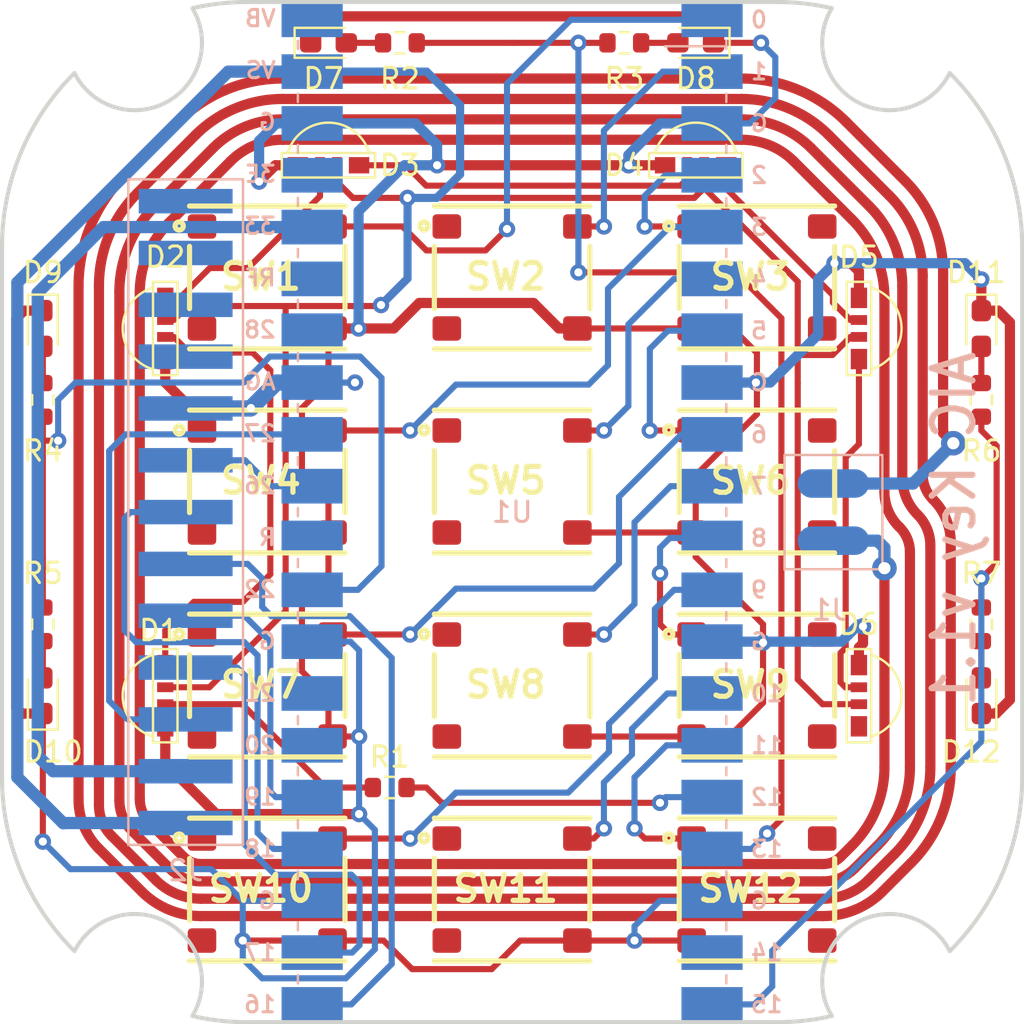
<source format=kicad_pcb>
(kicad_pcb (version 20221018) (generator pcbnew)
  (title_block (title "Teeny Controller for IIDX"))
  (layers (0 "F.Cu" signal) (31 "B.Cu" signal) (34 "B.Paste" user) (35 "F.Paste" user) (36 "B.SilkS" user "B.Silkscreen") (37 "F.SilkS" user "F.Silkscreen") (38 "B.Mask" user) (39 "F.Mask" user) (44 "Edge.Cuts" user))
  (net 0 "")
  (net 1 "+5V")
  (net 2 "GND")
  (net 3 "+3V3")
  (net 4 "Net-(D7-A)")
  (net 5 "Net-(D1-In)")
  (net 6 "Net-(D1-Out)")
  (net 7 "Net-(D8-A)")
  (net 8 "Net-(D9-A)")
  (net 9 "Net-(D2-Out)")
  (net 10 "Net-(D10-A)")
  (net 11 "Net-(D11-A)")
  (net 12 "Net-(D3-Out)")
  (net 13 "Net-(D12-A)")
  (net 14 "Net-(D4-Out)")
  (net 15 "Net-(U1-GPIO12)")
  (net 16 "Net-(D5-Out)")
  (net 17 "Net-(U1-GPIO22)")
  (net 19 "Net-(U1-GPIO15)")
  (net 23 "Net-(U1-GPIO13)")
  (net 24 "Net-(U1-GPIO0)")
  (net 29 "Net-(U1-GPIO1)")
  (net 30 "Net-(U1-GPIO2)")
  (net 41 "Net-(U1-GPIO3)")
  (net 42 "Net-(U1-GPIO4)")
  (net 44 "Net-(U1-GPIO5)")
  (net 47 "Net-(U1-GPIO6)")
  (net 48 "Net-(U1-GPIO7)")
  (net 49 "Net-(U1-GPIO8)")
  (net 52 "Net-(U1-GPIO9)")
  (net 53 "Net-(U1-GPIO10)")
  (net 54 "Net-(U1-GPIO11)")
  (net 65 "/ANT")
  (net 66 "Net-(J2-RST)")
  (net 67 "Net-(J2-NSS)")
  (net 68 "Net-(J2-MOSI)")
  (net 69 "Net-(J2-MISO)")
  (net 70 "Net-(J2-SCK)")
  (net 71 "Net-(J2-BUSY)")
  (footprint "aic_pico:SKRR" (layer "F.Cu") (at 147.32 131.9)
    (fp_text reference "SW12")
    (fp_text value "SKRR_4pin" hide)
  )
  (footprint "aic_pico:WS2812B-1204" (layer "F.Cu") (at 144.32 96.4 180)
    (fp_text reference "D4")
    (fp_text value "WS2812B_Unified" hide)
  )
  (footprint "aic_pico:SKRR" (layer "F.Cu") (at 123.32 101.9)
    (fp_text reference "SW1")
    (fp_text value "SKRR_4pin" hide)
  )
  (footprint "aic_pico:SKRR" (layer "F.Cu") (at 135.32 101.9)
    (fp_text reference "SW2")
    (fp_text value "SKRR_4pin" hide)
  )
  (footprint "LED_SMD:LED_0603_1608Metric_Pad1.05x0.95mm_HandSolder" (layer "F.Cu") (at 126.32 90.4)
    (fp_text reference "D7")
    (fp_text value "LED" hide)
  )
  (footprint "aic_pico:WS2812B-1204" (layer "F.Cu") (at 152.32 104.4 90)
    (fp_text reference "D5")
    (fp_text value "WS2812B_Unified" hide)
  )
  (footprint "aic_pico:SKRR" (layer "F.Cu") (at 135.32 121.9)
    (fp_text reference "SW8")
    (fp_text value "SKRR_4pin" hide)
  )
  (footprint "aic_pico:WS2812B-1204" (layer "F.Cu") (at 126.32 96.4 180)
    (fp_text reference "D3")
    (fp_text value "WS2812B_Unified" hide)
  )
  (footprint "Resistor_SMD:R_0603_1608Metric" (layer "F.Cu") (at 140.82 90.4 180)
    (fp_text reference "R3")
    (fp_text value "1k" hide)
  )
  (footprint "aic_pico:SKRR" (layer "F.Cu") (at 147.32 121.9)
    (fp_text reference "SW9")
    (fp_text value "SKRR_4pin" hide)
  )
  (footprint "aic_pico:SKRR" (layer "F.Cu") (at 135.32 131.9)
    (fp_text reference "SW11")
    (fp_text value "SKRR_4pin" hide)
  )
  (footprint "Resistor_SMD:R_0603_1608Metric" (layer "F.Cu") (at 158.32 107.9 -90)
    (fp_text reference "R6")
    (fp_text value "1k" hide)
  )
  (footprint "aic_pico:SKRR" (layer "F.Cu") (at 123.32 121.9)
    (fp_text reference "SW7")
    (fp_text value "SKRR_4pin" hide)
  )
  (footprint "aic_pico:WS2812B-1204" (layer "F.Cu") (at 118.32 122.4 -90)
    (fp_text reference "D1")
    (fp_text value "WS2812B_Unified" hide)
  )
  (footprint "Resistor_SMD:R_0603_1608Metric" (layer "F.Cu") (at 112.32 107.9 -90)
    (fp_text reference "R4")
    (fp_text value "1k" hide)
  )
  (footprint "Resistor_SMD:R_0603_1608Metric" (layer "F.Cu") (at 158.32 118.9 90)
    (fp_text reference "R7")
    (fp_text value "1k" hide)
  )
  (footprint "LED_SMD:LED_0603_1608Metric_Pad1.05x0.95mm_HandSolder" (layer "F.Cu") (at 158.32 122.4 90)
    (fp_text reference "D12")
    (fp_text value "LED" hide)
  )
  (footprint "LED_SMD:LED_0603_1608Metric_Pad1.05x0.95mm_HandSolder" (layer "F.Cu") (at 158.32 104.4 -90)
    (fp_text reference "D11")
    (fp_text value "LED" hide)
  )
  (footprint "aic_pico:SKRR" (layer "F.Cu") (at 123.32 131.9)
    (fp_text reference "SW10")
    (fp_text value "SKRR_4pin" hide)
  )
  (footprint "LED_SMD:LED_0603_1608Metric_Pad1.05x0.95mm_HandSolder" (layer "F.Cu") (at 144.32 90.4 180)
    (fp_text reference "D8")
    (fp_text value "LED" hide)
  )
  (footprint "Resistor_SMD:R_0603_1608Metric" (layer "F.Cu") (at 129.32 126.9)
    (fp_text reference "R1")
    (fp_text value "10" hide)
  )
  (footprint "aic_pico:SKRR" (layer "F.Cu") (at 147.32 101.9)
    (fp_text reference "SW3")
    (fp_text value "SKRR_4pin" hide)
  )
  (footprint "Resistor_SMD:R_0603_1608Metric" (layer "F.Cu") (at 112.32 118.9 90)
    (fp_text reference "R5")
    (fp_text value "1k" hide)
  )
  (footprint "aic_pico:SKRR" (layer "F.Cu") (at 135.32 111.9)
    (fp_text reference "SW5")
    (fp_text value "SKRR_4pin" hide)
  )
  (footprint "Resistor_SMD:R_0603_1608Metric" (layer "F.Cu") (at 129.82 90.4)
    (fp_text reference "R2")
    (fp_text value "1k" hide)
  )
  (footprint "aic_pico:SKRR" (layer "F.Cu") (at 147.32 111.9)
    (fp_text reference "SW6")
    (fp_text value "SKRR_4pin" hide)
  )
  (footprint "LED_SMD:LED_0603_1608Metric_Pad1.05x0.95mm_HandSolder" (layer "F.Cu") (at 112.32 122.4 90)
    (fp_text reference "D10")
    (fp_text value "LED" hide)
  )
  (footprint "aic_pico:WS2812B-1204" (layer "F.Cu") (at 152.32 122.4 90)
    (fp_text reference "D6")
    (fp_text value "WS2812B_Unified" hide)
  )
  (footprint "aic_pico:SKRR" (layer "F.Cu") (at 123.32 111.9)
    (fp_text reference "SW4")
    (fp_text value "SKRR_4pin" hide)
  )
  (footprint "LED_SMD:LED_0603_1608Metric_Pad1.05x0.95mm_HandSolder" (layer "F.Cu") (at 112.32 104.4 -90)
    (fp_text reference "D9")
    (fp_text value "LED" hide)
  )
  (footprint "aic_pico:WS2812B-1204" (layer "F.Cu") (at 118.32 104.4 -90)
    (fp_text reference "D2")
    (fp_text value "WS2812B_Unified" hide)
  )
  (footprint "aic_pico:ANT_2P" (layer "B.Cu") (at 151.07 113.4)
    (fp_text reference "J1")
    (fp_text value "Conn_01x02_Female" hide)
  )
  (footprint "aic_pico:RPi_Pico_SMD_No_USB" (layer "B.Cu") (at 135.32 113.4 180)
    (fp_text reference "U1")
    (fp_text value "Pico_Trim")
  )
  (footprint "aic_pico:pn5180_conn" (layer "B.Cu") (at 119.32 113.4)
    (fp_text reference "J2")
    (fp_text value "PN5180" hide)
  )
  (gr_line (start 148.32 138.399999) (end 122.32 138.399999) (stroke (width 0.2)) (layer "Edge.Cuts"))
  (gr_line (start 160.32 126.399999) (end 160.32 100.399999) (stroke (width 0.2)) (layer "Edge.Cuts"))
  (gr_arc (start 119.649044 88.701025) (mid 118.410332 93.29151) (end 113.870189 91.879395) (stroke (width 0.2)) (layer "Edge.Cuts"))
  (gr_arc (start 150.990956 138.098973) (mid 152.229668 133.508486) (end 156.769811 134.920603) (stroke (width 0.2)) (layer "Edge.Cuts"))
  (gr_arc (start 110.32 100.399999) (mid 111.243048 95.784684) (end 113.870189 91.879395) (stroke (width 0.2)) (layer "Edge.Cuts"))
  (gr_arc (start 113.870189 134.920603) (mid 111.243048 131.015314) (end 110.32 126.399999) (stroke (width 0.2)) (layer "Edge.Cuts"))
  (gr_arc (start 122.32 138.399999) (mid 120.976067 138.324505) (end 119.649044 138.098973) (stroke (width 0.2)) (layer "Edge.Cuts"))
  (gr_arc (start 156.769811 91.879395) (mid 159.396952 95.784684) (end 160.32 100.399999) (stroke (width 0.2)) (layer "Edge.Cuts"))
  (gr_arc (start 160.32 126.399999) (mid 159.396952 131.015314) (end 156.769811 134.920603) (stroke (width 0.2)) (layer "Edge.Cuts"))
  (gr_arc (start 156.769811 91.879395) (mid 152.229668 93.291511) (end 150.990956 88.701025) (stroke (width 0.2)) (layer "Edge.Cuts"))
  (gr_arc (start 150.990956 138.098973) (mid 149.663933 138.324505) (end 148.32 138.399999) (stroke (width 0.2)) (layer "Edge.Cuts"))
  (gr_arc (start 113.870189 134.920603) (mid 118.410332 133.508487) (end 119.649044 138.098973) (stroke (width 0.2)) (layer "Edge.Cuts"))
  (gr_line (start 148.32 88.399999) (end 122.32 88.399999) (stroke (width 0.2)) (layer "Edge.Cuts"))
  (gr_line (start 110.32 126.399999) (end 110.32 100.399999) (stroke (width 0.2)) (layer "Edge.Cuts"))
  (gr_arc (start 148.32 88.399999) (mid 149.663933 88.475493) (end 150.990956 88.701025) (stroke (width 0.2)) (layer "Edge.Cuts"))
  (gr_arc (start 119.649044 88.701025) (mid 120.976067 88.475493) (end 122.32 88.399999) (stroke (width 0.2)) (layer "Edge.Cuts"))
  (gr_text "AIC Key v1.1" (at 158.145 105.375 90) (layer "B.SilkS") (effects (font (size 2 1.8) (thickness 0.3)) (justify left bottom mirror)))
  (segment (start 144.25 98) (end 144.735 97.515) (width 0.3) (layer "F.Cu") (net 1))
  (segment (start 128.845 103.3) (end 119.42 103.3) (width 0.3) (layer "F.Cu") (net 1))
  (segment (start 149.32 121.6) (end 149.32 107.1) (width 0.3) (layer "F.Cu") (net 1))
  (segment (start 149.32 102.1) (end 149.32 105.7) (width 0.3) (layer "F.Cu") (net 1))
  (segment (start 144.735 97.515) (end 149.32 102.1) (width 0.3) (layer "F.Cu") (net 1))
  (segment (start 144.735 96.4) (end 144.735 97.515) (width 0.3) (layer "F.Cu") (net 1))
  (segment (start 118.735 103.985) (end 118.32 103.985) (width 0.3) (layer "F.Cu") (net 1))
  (segment (start 150.535 122.815) (end 149.32 121.6) (width 0.3) (layer "F.Cu") (net 1))
  (segment (start 149.32 105.7) (end 151.02 105.7) (width 0.3) (layer "F.Cu") (net 1))
  (segment (start 151.02 105.7) (end 151.905 104.815) (width 0.3) (layer "F.Cu") (net 1))
  (segment (start 120.485 121.985) (end 124.22 118.25) (width 0.3) (layer "F.Cu") (net 1))
  (segment (start 128.895 103.25) (end 128.845 103.3) (width 0.3) (layer "F.Cu") (net 1))
  (segment (start 124.22 118.25) (end 124.22 103.3) (width 0.3) (layer "F.Cu") (net 1))
  (segment (start 152.32 122.815) (end 150.535 122.815) (width 0.3) (layer "F.Cu") (net 1))
  (segment (start 149.32 105.7) (end 149.32 107.1) (width 0.3) (layer "F.Cu") (net 1))
  (segment (start 118.32 121.985) (end 120.485 121.985) (width 0.3) (layer "F.Cu") (net 1))
  (segment (start 127.52 98) (end 144.25 98) (width 0.3) (layer "F.Cu") (net 1))
  (segment (start 151.905 104.815) (end 152.32 104.815) (width 0.3) (layer "F.Cu") (net 1))
  (segment (start 126.735 96.4) (end 126.735 97.215) (width 0.3) (layer "F.Cu") (net 1))
  (segment (start 119.42 103.3) (end 118.735 103.985) (width 0.3) (layer "F.Cu") (net 1))
  (segment (start 126.735 97.215) (end 127.52 98) (width 0.3) (layer "F.Cu") (net 1))
  (via (at 128.895 103.25) (size 0.8) (drill 0.4) (layers "F.Cu" "B.Cu") (net 1))
  (via (at 130.195 98) (size 0.8) (drill 0.4) (layers "F.Cu" "B.Cu") (net 1))
  (segment (start 130.195 101.95) (end 130.195 98) (width 0.4) (layer "B.Cu") (net 1))
  (segment (start 121.41 91.81) (end 111.07 102.15) (width 0.6) (layer "B.Cu") (net 1))
  (segment (start 113.32 128.65) (end 113.33 128.64) (width 0.6) (layer "B.Cu") (net 1))
  (segment (start 132.77 93.45) (end 131.13 91.81) (width 0.4) (layer "B.Cu") (net 1))
  (segment (start 128.895 103.25) (end 130.195 101.95) (width 0.4) (layer "B.Cu") (net 1))
  (segment (start 111.07 126.4) (end 113.32 128.65) (width 0.6) (layer "B.Cu") (net 1))
  (segment (start 111.07 102.15) (end 111.07 126.4) (width 0.6) (layer "B.Cu") (net 1))
  (segment (start 113.33 128.64) (end 120.08 128.64) (width 0.6) (layer "B.Cu") (net 1))
  (segment (start 131.13 91.81) (end 125.52 91.81) (width 0.4) (layer "B.Cu") (net 1))
  (segment (start 131.62 98) (end 132.77 96.85) (width 0.4) (layer "B.Cu") (net 1))
  (segment (start 130.195 98) (end 131.62 98) (width 0.4) (layer "B.Cu") (net 1))
  (segment (start 132.77 96.85) (end 132.77 93.45) (width 0.4) (layer "B.Cu") (net 1))
  (segment (start 125.52 91.81) (end 121.41 91.81) (width 0.6) (layer "B.Cu") (net 1))
  (segment (start 125.02 111.4) (end 126.32 112.7) (width 0.3) (layer "F.Cu") (net 2))
  (segment (start 126.32 104.4) (end 126.32 106.4) (width 0.3) (layer "F.Cu") (net 2))
  (segment (start 127.72 128.2) (end 120.82 128.2) (width 0.5) (layer "F.Cu") (net 2))
  (segment (start 125.02 117.7) (end 125.02 121.2) (width 0.3) (layer "F.Cu") (net 2))
  (segment (start 122.92 97.2) (end 123.72 96.4) (width 0.5) (layer "F.Cu") (net 2))
  (segment (start 125.445 90.4) (end 125.445 89.575) (width 0.5) (layer "F.Cu") (net 2))
  (segment (start 129.52 104.4) (end 130.77 103.15) (width 0.5) (layer "F.Cu") (net 2))
  (segment (start 152.32 120.04) (end 152.32 120.845) (width 0.5) (layer "F.Cu") (net 2))
  (segment (start 147.62 118.9) (end 147.62 122.75) (width 0.3) (layer "F.Cu") (net 2))
  (segment (start 127.82 128.3) (end 127.72 128.2) (width 0.5) (layer "F.Cu") (net 2))
  (segment (start 135.72 134.4) (end 138.32 134.4) (width 0.3) (layer "F.Cu") (net 2))
  (segment (start 147.32 108.6) (end 144.32 111.6) (width 0.3) (layer "F.Cu") (net 2))
  (segment (start 112.32 103.525) (end 111.395 103.525) (width 0.5) (layer "F.Cu") (net 2))
  (segment (start 144.32 114.4) (end 138.32 114.4) (width 0.3) (layer "F.Cu") (net 2))
  (segment (start 152.52 119.84) (end 152.32 120.04) (width 0.5) (layer "F.Cu") (net 2))
  (segment (start 125.92 89.1) (end 144.72 89.1) (width 0.5) (layer "F.Cu") (net 2))
  (segment (start 123.72 96.4) (end 124.765 96.4) (width 0.5) (layer "F.Cu") (net 2))
  (segment (start 130.42 135.8) (end 134.32 135.8) (width 0.3) (layer "F.Cu") (net 2))
  (segment (start 118.32 107.05) (end 119.57 108.3) (width 0.5) (layer "F.Cu") (net 2))
  (segment (start 111.32 123.3) (end 111.345 123.275) (width 0.5) (layer "F.Cu") (net 2))
  (segment (start 119.57 108.3) (end 122.52 108.3) (width 0.5) (layer "F.Cu") (net 2))
  (segment (start 158.32 103.525) (end 159.145 103.525) (width 0.5) (layer "F.Cu") (net 2))
  (segment (start 142.52 104.4) (end 144.32 104.4) (width 0.3) (layer "F.Cu") (net 2))
  (segment (start 111.395 103.525) (end 111.02 103.9) (width 0.5) (layer "F.Cu") (net 2))
  (segment (start 126.32 122.5) (end 126.32 124.4) (width 0.3) (layer "F.Cu") (net 2))
  (segment (start 144.72 89.1) (end 145.195 89.575) (width 0.5) (layer "F.Cu") (net 2))
  (segment (start 141.02 96.4) (end 142.765 96.4) (width 0.5) (layer "F.Cu") (net 2))
  (segment (start 126.32 114.4) (end 126.32 116.4) (width 0.3) (layer "F.Cu") (net 2))
  (segment (start 144.32 104.4) (end 146.12 104.4) (width 0.3) (layer "F.Cu") (net 2))
  (segment (start 126.32 116.4) (end 125.02 117.7) (width 0.3) (layer "F.Cu") (net 2))
  (segment (start 118.32 105.955) (end 118.32 107.05) (width 0.5) (layer "F.Cu") (net 2))
  (segment (start 136.37 103.15) (end 137.62 104.4) (width 0.5) (layer "F.Cu") (net 2))
  (segment (start 127.795 104.4) (end 129.52 104.4) (width 0.5) (layer "F.Cu") (net 2))
  (segment (start 125.02 108.3) (end 125.02 111.4) (width 0.3) (layer "F.Cu") (net 2))
  (segment (start 152.52 119) (end 152.52 119.84) (width 0.5) (layer "F.Cu") (net 2))
  (segment (start 111.02 103.9) (end 111.02 123) (width 0.5) (layer "F.Cu") (net 2))
  (segment (start 141.32 134.4) (end 144.32 134.4) (width 0.3) (layer "F.Cu") (net 2))
  (segment (start 151.12 101.2) (end 151.92 101.2) (width 0.5) (layer "F.Cu") (net 2))
  (segment (start 159.72 122.6) (end 159.045 123.275) (width 0.5) (layer "F.Cu") (net 2))
  (segment (start 126.32 112.7) (end 126.32 114.4) (width 0.3) (layer "F.Cu") (net 2))
  (segment (start 145.195 89.575) (end 145.195 90.4) (width 0.5) (layer "F.Cu") (net 2))
  (segment (start 125.02 121.2) (end 126.32 122.5) (width 0.3) (layer "F.Cu") (net 2))
  (segment (start 130.77 103.15) (end 136.37 103.15) (width 0.5) (layer "F.Cu") (net 2))
  (segment (start 118.32 125.7) (end 118.32 123.955) (width 0.5) (layer "F.Cu") (net 2))
  (segment (start 144.32 124.4) (end 138.32 124.4) (width 0.3) (layer "F.Cu") (net 2))
  (segment (start 159.045 123.275) (end 158.32 123.275) (width 0.5) (layer "F.Cu") (net 2))
  (segment (start 125.445 89.575) (end 125.92 89.1) (width 0.5) (layer "F.Cu") (net 2))
  (segment (start 137.62 104.4) (end 138.32 104.4) (width 0.5) (layer "F.Cu") (net 2))
  (segment (start 126.32 134.4) (end 129.02 134.4) (width 0.3) (layer "F.Cu") (net 2))
  (segment (start 111.02 123) (end 111.32 123.3) (width 0.5) (layer "F.Cu") (net 2))
  (segment (start 134.32 135.8) (end 135.72 134.4) (width 0.3) (layer "F.Cu") (net 2))
  (segment (start 141.02 96.4) (end 131.645 96.4) (width 0.5) (layer "F.Cu") (net 2))
  (segment (start 138.32 104.4) (end 142.52 104.4) (width 0.3) (layer "F.Cu") (net 2))
  (segment (start 126.32 104.4) (end 127.795 104.4) (width 0.5) (layer "F.Cu") (net 2))
  (segment (start 127.82 124.4) (end 126.32 124.4) (width 0.3) (layer "F.Cu") (net 2))
  (segment (start 112.32 129.55) (end 112.32 123.275) (width 0.3) (layer "F.Cu") (net 2))
  (segment (start 122.12 134.4) (end 126.32 134.4) (width 0.3) (layer "F.Cu") (net 2))
  (segment (start 152.32 101.6) (end 152.32 102.845) (width 0.5) (layer "F.Cu") (net 2))
  (segment (start 126.32 107.05) (end 126.32 106.4) (width 0.3) (layer "F.Cu") (net 2))
  (segment (start 146.12 104.4) (end 147.32 105.6) (width 0.3) (layer "F.Cu") (net 2))
  (segment (start 147.52 90.4) (end 145.195 90.4) (width 0.3) (layer "F.Cu") (net 2))
  (segment (start 120.82 128.2) (end 118.32 125.7) (width 0.5) (layer "F.Cu") (net 2))
  (segment (start 144.32 111.6) (end 144.32 114.4) (width 0.3) (layer "F.Cu") (net 2))
  (segment (start 158.32 102) (end 158.32 103.525) (width 0.5) (layer "F.Cu") (net 2))
  (segment (start 138.32 134.4) (end 141.32 134.4) (width 0.3) (layer "F.Cu") (net 2))
  (segment (start 127.62 107.05) (end 126.32 107.05) (width 0.3) (layer "F.Cu") (net 2))
  (segment (start 147.32 105.6) (end 147.32 108.6) (width 0.3) (layer "F.Cu") (net 2))
  (segment (start 145.97 124.4) (end 144.32 124.4) (width 0.3) (layer "F.Cu") (net 2))
  (segment (start 111.345 123.275) (end 112.32 123.275) (width 0.5) (layer "F.Cu") (net 2))
  (segment (start 151.92 101.2) (end 152.32 101.6) (width 0.5) (layer "F.Cu") (net 2))
  (segment (start 144.32 114.4) (end 144.32 115.6) (width 0.3) (layer "F.Cu") (net 2))
  (segment (start 147.62 122.75) (end 145.97 124.4) (width 0.3) (layer "F.Cu") (net 2))
  (segment (start 159.145 103.525) (end 159.72 104.1) (width 0.5) (layer "F.Cu") (net 2))
  (segment (start 144.32 115.6) (end 147.62 118.9) (width 0.3) (layer "F.Cu") (net 2))
  (segment (start 126.32 107) (end 125.02 108.3) (width 0.3) (layer "F.Cu") (net 2))
  (segment (start 129.02 134.4) (end 130.42 135.8) (width 0.3) (layer "F.Cu") (net 2))
  (segment (start 159.72 104.1) (end 159.72 122.6) (width 0.5) (layer "F.Cu") (net 2))
  (via (at 122.52 108.3) (size 0.8) (drill 0.4) (layers "F.Cu" "B.Cu") (net 2))
  (via (at 127.62 107.05) (size 0.8) (drill 0.4) (layers "F.Cu" "B.Cu") (net 2))
  (via (at 158.32 102) (size 0.8) (drill 0.4) (layers "F.Cu" "B.Cu") (net 2))
  (via (at 147.27 107.05) (size 0.8) (drill 0.4) (layers "F.Cu" "B.Cu") (net 2))
  (via (at 141.02 96.4) (size 0.8) (drill 0.4) (layers "F.Cu" "B.Cu") (net 2))
  (via (at 122.92 97.2) (size 0.8) (drill 0.4) (layers "F.Cu" "B.Cu") (net 2))
  (via (at 127.82 128.2) (size 0.8) (drill 0.4) (layers "F.Cu" "B.Cu") (net 2))
  (via (at 122.12 134.4) (size 0.8) (drill 0.4) (layers "F.Cu" "B.Cu") (net 2))
  (via (at 141.32 134.4) (size 0.8) (drill 0.4) (layers "F.Cu" "B.Cu") (net 2))
  (via (at 131.645 96.4) (size 0.8) (drill 0.4) (layers "F.Cu" "B.Cu") (net 2))
  (via (at 147.52 90.4) (size 0.8) (drill 0.4) (layers "F.Cu" "B.Cu") (net 2))
  (via (at 152.52 119) (size 0.8) (drill 0.4) (layers "F.Cu" "B.Cu") (net 2))
  (via (at 151.12 101.2) (size 0.8) (drill 0.4) (layers "F.Cu" "B.Cu") (net 2))
  (via (at 127.82 124.4) (size 0.8) (drill 0.4) (layers "F.Cu" "B.Cu") (net 2))
  (via (at 127.795 104.4) (size 0.8) (drill 0.4) (layers "F.Cu" "B.Cu") (net 2))
  (via (at 147.62 119.8) (size 0.8) (drill 0.4) (layers "F.Cu" "B.Cu") (net 2))
  (via (at 112.32 129.55) (size 0.8) (drill 0.4) (layers "F.Cu" "B.Cu") (net 2))
  (segment (start 145.12 94.35) (end 146.97 94.35) (width 0.3) (layer "B.Cu") (net 2))
  (segment (start 122.12 132.45) (end 125.52 132.45) (width 0.3) (layer "B.Cu") (net 2))
  (segment (start 148.22 93.1) (end 148.22 91.1) (width 0.3) (layer "B.Cu") (net 2))
  (segment (start 131.645 96.4) (end 131.645 95.4) (width 0.5) (layer "B.Cu") (net 2))
  (segment (start 145.12 107.05) (end 147.97 107.05) (width 0.5) (layer "B.Cu") (net 2))
  (segment (start 128.595 134.825) (end 127.17 136.25) (width 0.3) (layer "B.Cu") (net 2))
  (segment (start 152.32 118.9) (end 151.47 119.75) (width 0.5) (layer "B.Cu") (net 2))
  (segment (start 122.12 132.45) (end 122.12 134.4) (width 0.3) (layer "B.Cu") (net 2))
  (segment (start 145.12 132.45) (end 142.57 132.45) (width 0.3) (layer "B.Cu") (net 2))
  (segment (start 151.47 119.75) (end 145.12 119.75) (width 0.5) (layer "B.Cu") (net 2))
  (segment (start 157.52 101.2) (end 158.32 102) (width 0.5) (layer "B.Cu") (net 2))
  (segment (start 141.02 95.9) (end 141.02 96.4) (width 0.5) (layer "B.Cu") (net 2))
  (segment (start 122.92 95.2) (end 123.77 94.35) (width 0.5) (layer "B.Cu") (net 2))
  (segment (start 127.795 98.65) (end 127.795 104.4) (width 0.5) (layer "B.Cu") (net 2))
  (segment (start 130.045 96.4) (end 127.795 98.65) (width 0.5) (layer "B.Cu") (net 2))
  (segment (start 119.32 108.32) (end 122.5 108.32) (width 0.8) (layer "B.Cu") (net 2))
  (segment (start 151.12 101.2) (end 157.52 101.2) (width 0.5) (layer "B.Cu") (net 2))
  (segment (start 122.92 97.2) (end 122.92 95.2) (width 0.5) (layer "B.Cu") (net 2))
  (segment (start 127.82 120.175) (end 127.395 119.75) (width 0.3) (layer "B.Cu") (net 2))
  (segment (start 142.57 94.35) (end 141.02 95.9) (width 0.5) (layer "B.Cu") (net 2))
  (segment (start 120.57 130.9) (end 122.12 132.45) (width 0.3) (layer "B.Cu") (net 2))
  (segment (start 142.57 132.45) (end 141.32 133.7) (width 0.3) (layer "B.Cu") (net 2))
  (segment (start 147.97 107.05) (end 150.32 104.7) (width 0.5) (layer "B.Cu") (net 2))
  (segment (start 123.77 107.05) (end 125.52 107.05) (width 0.8) (layer "B.Cu") (net 2))
  (segment (start 123.07 136.25) (end 122.12 135.3) (width 0.3) (layer "B.Cu") (net 2))
  (segment (start 130.595 94.35) (end 125.52 94.35) (width 0.5) (layer "B.Cu") (net 2))
  (segment (start 127.17 136.25) (end 123.07 136.25) (width 0.3) (layer "B.Cu") (net 2))
  (segment (start 122.12 135.3) (end 122.12 134.4) (width 0.3) (layer "B.Cu") (net 2))
  (segment (start 150.32 102) (end 151.12 101.2) (width 0.5) (layer "B.Cu") (net 2))
  (segment (start 112.32 129.55) (end 113.67 130.9) (width 0.3) (layer "B.Cu") (net 2))
  (segment (start 150.32 104.7) (end 150.32 102) (width 0.5) (layer "B.Cu") (net 2))
  (segment (start 128.595 128.975) (end 128.595 134.825) (width 0.3) (layer "B.Cu") (net 2))
  (segment (start 127.82 128.2) (end 128.595 128.975) (width 0.3) (layer "B.Cu") (net 2))
  (segment (start 131.645 96.4) (end 130.045 96.4) (width 0.5) (layer "B.Cu") (net 2))
  (segment (start 145.12 94.35) (end 142.57 94.35) (width 0.5) (layer "B.Cu") (net 2))
  (segment (start 122.5 108.32) (end 123.77 107.05) (width 0.8) (layer "B.Cu") (net 2))
  (segment (start 141.32 133.7) (end 141.32 134.4) (width 0.3) (layer "B.Cu") (net 2))
  (segment (start 123.77 94.35) (end 125.52 94.35) (width 0.5) (layer "B.Cu") (net 2))
  (segment (start 127.395 119.75) (end 125.52 119.75) (width 0.3) (layer "B.Cu") (net 2))
  (segment (start 125.52 107.05) (end 127.62 107.05) (width 0.3) (layer "B.Cu") (net 2))
  (segment (start 127.82 124.4) (end 127.82 128.2) (width 0.3) (layer "B.Cu") (net 2))
  (segment (start 113.67 130.9) (end 120.57 130.9) (width 0.3) (layer "B.Cu") (net 2))
  (segment (start 127.82 124.4) (end 127.82 120.175) (width 0.3) (layer "B.Cu") (net 2))
  (segment (start 131.645 95.4) (end 130.595 94.35) (width 0.5) (layer "B.Cu") (net 2))
  (segment (start 148.22 91.1) (end 147.52 90.4) (width 0.3) (layer "B.Cu") (net 2))
  (segment (start 146.97 94.35) (end 148.22 93.1) (width 0.3) (layer "B.Cu") (net 2))
  (segment (start 112.07 125.35) (end 112.82 126.1) (width 0.6) (layer "B.Cu") (net 3))
  (segment (start 125.52 99.43) (end 115.29 99.43) (width 0.6) (layer "B.Cu") (net 3))
  (segment (start 115.29 99.43) (end 112.07 102.65) (width 0.6) (layer "B.Cu") (net 3))
  (segment (start 112.82 126.1) (end 120.08 126.1) (width 0.6) (layer "B.Cu") (net 3))
  (segment (start 112.07 102.65) (end 112.07 125.35) (width 0.6) (layer "B.Cu") (net 3))
  (segment (start 128.995 90.4) (end 127.195 90.4) (width 0.3) (layer "F.Cu") (net 4))
  (segment (start 126.17 126.9) (end 128.495 126.9) (width 0.3) (layer "F.Cu") (net 5))
  (segment (start 122.085 122.815) (end 126.17 126.9) (width 0.3) (layer "F.Cu") (net 5))
  (segment (start 118.32 122.815) (end 122.085 122.815) (width 0.3) (layer "F.Cu") (net 5))
  (segment (start 119.5 105.58) (end 122.6 105.58) (width 0.3) (layer "F.Cu") (net 6))
  (segment (start 123.47 106.45) (end 123.47 116.45) (width 0.3) (layer "F.Cu") (net 6))
  (segment (start 122.6 105.58) (end 123.47 106.45) (width 0.3) (layer "F.Cu") (net 6))
  (segment (start 119.72 117.8) (end 118.32 119.2) (width 0.3) (layer "F.Cu") (net 6))
  (segment (start 118.32 119.2) (end 118.32 120.845) (width 0.3) (layer "F.Cu") (net 6))
  (segment (start 123.47 116.45) (end 122.12 117.8) (width 0.3) (layer "F.Cu") (net 6))
  (segment (start 118.735 104.815) (end 119.5 105.58) (width 0.3) (layer "F.Cu") (net 6))
  (segment (start 118.32 104.815) (end 118.735 104.815) (width 0.3) (layer "F.Cu") (net 6))
  (segment (start 122.12 117.8) (end 119.72 117.8) (width 0.3) (layer "F.Cu") (net 6))
  (segment (start 143.445 90.4) (end 141.645 90.4) (width 0.3) (layer "F.Cu") (net 7))
  (segment (start 112.32 105.275) (end 112.32 107.075) (width 0.3) (layer "F.Cu") (net 8))
  (segment (start 118.32 102.845) (end 119.095 102.845) (width 0.3) (layer "F.Cu") (net 9))
  (segment (start 120.5025 101.4375) (end 122.3825 101.4375) (width 0.3) (layer "F.Cu") (net 9))
  (segment (start 119.095 102.845) (end 120.5025 101.4375) (width 0.3) (layer "F.Cu") (net 9))
  (segment (start 125.905 97.915) (end 125.905 96.4) (width 0.3) (layer "F.Cu") (net 9))
  (segment (start 122.3825 101.4375) (end 125.905 97.915) (width 0.3) (layer "F.Cu") (net 9))
  (segment (start 112.32 119.725) (end 112.32 121.525) (width 0.3) (layer "F.Cu") (net 10))
  (segment (start 158.32 105.275) (end 158.32 107.075) (width 0.3) (layer "F.Cu") (net 11))
  (segment (start 131.1075 97.4) (end 143.57 97.4) (width 0.3) (layer "F.Cu") (net 12))
  (segment (start 127.875 96.4) (end 130.1075 96.4) (width 0.3) (layer "F.Cu") (net 12))
  (segment (start 143.57 97.4) (end 143.905 97.065) (width 0.3) (layer "F.Cu") (net 12))
  (segment (start 130.1075 96.4) (end 131.1075 97.4) (width 0.3) (layer "F.Cu") (net 12))
  (segment (start 143.905 97.065) (end 143.905 96.4) (width 0.3) (layer "F.Cu") (net 12))
  (segment (start 158.32 119.725) (end 158.32 121.525) (width 0.3) (layer "F.Cu") (net 13))
  (segment (start 151.045 102.77) (end 151.045 103.125) (width 0.3) (layer "F.Cu") (net 14))
  (segment (start 151.905 103.985) (end 152.32 103.985) (width 0.3) (layer "F.Cu") (net 14))
  (segment (start 145.875 96.4) (end 145.875 97.6) (width 0.3) (layer "F.Cu") (net 14))
  (segment (start 151.045 103.125) (end 151.905 103.985) (width 0.3) (layer "F.Cu") (net 14))
  (segment (start 145.875 97.6) (end 151.045 102.77) (width 0.3) (layer "F.Cu") (net 14))
  (segment (start 142.57 127.65) (end 131.87 127.65) (width 0.3) (layer "F.Cu") (net 15))
  (segment (start 131.12 126.9) (end 130.145 126.9) (width 0.3) (layer "F.Cu") (net 15))
  (segment (start 131.87 127.65) (end 131.12 126.9) (width 0.3) (layer "F.Cu") (net 15))
  (via (at 142.57 127.65) (size 0.8) (drill 0.4) (layers "F.Cu" "B.Cu") (net 15))
  (segment (start 142.57 127.65) (end 142.85 127.37) (width 0.3) (layer "B.Cu") (net 15))
  (segment (start 142.85 127.37) (end 145.12 127.37) (width 0.3) (layer "B.Cu") (net 15))
  (segment (start 151.655 121.985) (end 152.32 121.985) (width 0.3) (layer "F.Cu") (net 16))
  (segment (start 151.67 110.72) (end 151.67 120.05) (width 0.3) (layer "F.Cu") (net 16))
  (segment (start 151.42 120.3) (end 151.42 121.75) (width 0.3) (layer "F.Cu") (net 16))
  (segment (start 151.42 121.75) (end 151.655 121.985) (width 0.3) (layer "F.Cu") (net 16))
  (segment (start 152.32 105.955) (end 152.32 110.07) (width 0.3) (layer "F.Cu") (net 16))
  (segment (start 152.32 110.07) (end 151.67 110.72) (width 0.3) (layer "F.Cu") (net 16))
  (segment (start 151.67 120.05) (end 151.42 120.3) (width 0.3) (layer "F.Cu") (net 16))
  (segment (start 112.32 109.9) (end 112.32 115.65) (width 0.3) (layer "F.Cu") (net 17))
  (segment (start 112.32 115.65) (end 112.32 118.075) (width 0.3) (layer "F.Cu") (net 17))
  (segment (start 112.32 108.725) (end 112.32 109.9) (width 0.3) (layer "F.Cu") (net 17))
  (segment (start 113.07 109.9) (end 112.32 109.9) (width 0.3) (layer "F.Cu") (net 17))
  (via (at 113.07 109.9) (size 0.8) (drill 0.4) (layers "F.Cu" "B.Cu") (net 17))
  (segment (start 123.445 105.775) (end 122.17 107.05) (width 0.3) (layer "B.Cu") (net 17))
  (segment (start 127.87 105.775) (end 123.445 105.775) (width 0.3) (layer "B.Cu") (net 17))
  (segment (start 127.76 117.21) (end 128.92 116.05) (width 0.3) (layer "B.Cu") (net 17))
  (segment (start 128.92 116.05) (end 128.92 106.825) (width 0.3) (layer "B.Cu") (net 17))
  (segment (start 113.92 107.05) (end 113.07 107.9) (width 0.3) (layer "B.Cu") (net 17))
  (segment (start 113.07 107.9) (end 113.07 109.9) (width 0.3) (layer "B.Cu") (net 17))
  (segment (start 122.17 107.05) (end 113.92 107.05) (width 0.3) (layer "B.Cu") (net 17))
  (segment (start 128.92 106.825) (end 127.87 105.775) (width 0.3) (layer "B.Cu") (net 17))
  (segment (start 125.52 117.21) (end 127.76 117.21) (width 0.3) (layer "B.Cu") (net 17))
  (segment (start 158.32 109.4) (end 158.32 108.725) (width 0.3) (layer "F.Cu") (net 19))
  (segment (start 159.07 110.15) (end 158.32 109.4) (width 0.3) (layer "F.Cu") (net 19))
  (segment (start 159.07 115.9) (end 159.07 110.15) (width 0.3) (layer "F.Cu") (net 19))
  (segment (start 158.32 116.65) (end 159.07 115.9) (width 0.3) (layer "F.Cu") (net 19))
  (segment (start 158.32 116.65) (end 158.32 118.075) (width 0.3) (layer "F.Cu") (net 19))
  (via (at 158.32 116.65) (size 0.8) (drill 0.4) (layers "F.Cu" "B.Cu") (net 19))
  (segment (start 158.32 124.65) (end 158.32 116.65) (width 0.3) (layer "B.Cu") (net 19))
  (segment (start 147.19 137.53) (end 148.07 136.65) (width 0.3) (layer "B.Cu") (net 19))
  (segment (start 145.12 137.53) (end 147.19 137.53) (width 0.3) (layer "B.Cu") (net 19))
  (segment (start 148.07 136.65) (end 148.07 134.9) (width 0.3) (layer "B.Cu") (net 19))
  (segment (start 148.07 134.9) (end 158.32 124.65) (width 0.3) (layer "B.Cu") (net 19))
  (segment (start 146.27 101.65) (end 138.57 101.65) (width 0.3) (layer "F.Cu") (net 23))
  (segment (start 130.645 90.4) (end 135.32 90.4) (width 0.3) (layer "F.Cu") (net 23))
  (segment (start 138.57 90.4) (end 139.995 90.4) (width 0.3) (layer "F.Cu") (net 23))
  (segment (start 135.32 90.4) (end 138.57 90.4) (width 0.3) (layer "F.Cu") (net 23))
  (segment (start 148.52 128.45) (end 148.52 103.9) (width 0.3) (layer "F.Cu") (net 23))
  (segment (start 148.52 103.9) (end 146.27 101.65) (width 0.3) (layer "F.Cu") (net 23))
  (segment (start 147.82 129.15) (end 148.52 128.45) (width 0.3) (layer "F.Cu") (net 23))
  (via (at 147.82 129.15) (size 0.8) (drill 0.4) (layers "F.Cu" "B.Cu") (net 23))
  (via (at 138.57 101.65) (size 0.8) (drill 0.4) (layers "F.Cu" "B.Cu") (net 23))
  (via (at 138.57 90.4) (size 0.8) (drill 0.4) (layers "F.Cu" "B.Cu") (net 23))
  (segment (start 147.82 129.15) (end 147.06 129.91) (width 0.3) (layer "B.Cu") (net 23))
  (segment (start 147.06 129.91) (end 145.12 129.91) (width 0.3) (layer "B.Cu") (net 23))
  (segment (start 138.57 90.4) (end 138.57 101.65) (width 0.3) (layer "B.Cu") (net 23))
  (segment (start 129.945 99.4) (end 126.32 99.4) (width 0.3) (layer "F.Cu") (net 24))
  (segment (start 131.12 100.575) (end 129.945 99.4) (width 0.3) (layer "F.Cu") (net 24))
  (segment (start 135.07 99.525) (end 134.02 100.575) (width 0.3) (layer "F.Cu") (net 24))
  (segment (start 134.02 100.575) (end 131.12 100.575) (width 0.3) (layer "F.Cu") (net 24))
  (via (at 135.07 99.525) (size 0.8) (drill 0.4) (layers "F.Cu" "B.Cu") (net 24))
  (segment (start 138.2 89.27) (end 145.12 89.27) (width 0.3) (layer "B.Cu") (net 24))
  (segment (start 135.07 92.4) (end 138.2 89.27) (width 0.3) (layer "B.Cu") (net 24))
  (segment (start 135.07 99.525) (end 135.07 92.4) (width 0.3) (layer "B.Cu") (net 24))
  (segment (start 139.82 99.4) (end 138.32 99.4) (width 0.3) (layer "F.Cu") (net 29))
  (via (at 139.82 99.4) (size 0.8) (drill 0.4) (layers "F.Cu" "B.Cu") (net 29))
  (segment (start 142.71 91.81) (end 139.82 94.7) (width 0.3) (layer "B.Cu") (net 29))
  (segment (start 145.12 91.81) (end 142.71 91.81) (width 0.3) (layer "B.Cu") (net 29))
  (segment (start 139.82 94.7) (end 139.82 99.4) (width 0.3) (layer "B.Cu") (net 29))
  (segment (start 141.82 99.4) (end 144.32 99.4) (width 0.3) (layer "F.Cu") (net 30))
  (via (at 141.82 99.4) (size 0.8) (drill 0.4) (layers "F.Cu" "B.Cu") (net 30))
  (segment (start 141.82 97.9) (end 141.82 99.4) (width 0.3) (layer "B.Cu") (net 30))
  (segment (start 142.83 96.89) (end 141.82 97.9) (width 0.3) (layer "B.Cu") (net 30))
  (segment (start 145.12 96.89) (end 142.83 96.89) (width 0.3) (layer "B.Cu") (net 30))
  (segment (start 130.32 109.4) (end 126.32 109.4) (width 0.3) (layer "F.Cu") (net 41))
  (via (at 130.32 109.4) (size 0.8) (drill 0.4) (layers "F.Cu" "B.Cu") (net 41))
  (segment (start 140.02 102.45) (end 143.04 99.43) (width 0.3) (layer "B.Cu") (net 41))
  (segment (start 140.02 106.2) (end 140.02 102.45) (width 0.3) (layer "B.Cu") (net 41))
  (segment (start 132.57 107.15) (end 139.07 107.15) (width 0.3) (layer "B.Cu") (net 41))
  (segment (start 139.07 107.15) (end 140.02 106.2) (width 0.3) (layer "B.Cu") (net 41))
  (segment (start 143.04 99.43) (end 145.12 99.43) (width 0.3) (layer "B.Cu") (net 41))
  (segment (start 130.32 109.4) (end 132.57 107.15) (width 0.3) (layer "B.Cu") (net 41))
  (segment (start 139.82 109.4) (end 138.32 109.4) (width 0.3) (layer "F.Cu") (net 42))
  (via (at 139.82 109.4) (size 0.8) (drill 0.4) (layers "F.Cu" "B.Cu") (net 42))
  (segment (start 141.02 104.2) (end 141.02 108.2) (width 0.3) (layer "B.Cu") (net 42))
  (segment (start 141.02 108.2) (end 139.82 109.4) (width 0.3) (layer "B.Cu") (net 42))
  (segment (start 143.25 101.97) (end 141.02 104.2) (width 0.3) (layer "B.Cu") (net 42))
  (segment (start 145.12 101.97) (end 143.25 101.97) (width 0.3) (layer "B.Cu") (net 42))
  (segment (start 142.07 109.4) (end 144.32 109.4) (width 0.3) (layer "F.Cu") (net 44))
  (via (at 142.07 109.4) (size 0.8) (drill 0.4) (layers "F.Cu" "B.Cu") (net 44))
  (segment (start 142.96 104.51) (end 142.07 105.4) (width 0.3) (layer "B.Cu") (net 44))
  (segment (start 145.12 104.51) (end 142.96 104.51) (width 0.3) (layer "B.Cu") (net 44))
  (segment (start 142.07 105.4) (end 142.07 109.4) (width 0.3) (layer "B.Cu") (net 44))
  (segment (start 130.32 119.4) (end 126.32 119.4) (width 0.3) (layer "F.Cu") (net 47))
  (via (at 130.32 119.4) (size 0.8) (drill 0.4) (layers "F.Cu" "B.Cu") (net 47))
  (segment (start 130.32 119.4) (end 132.57 117.15) (width 0.3) (layer "B.Cu") (net 47))
  (segment (start 140.56 115.91) (end 140.56 112.65) (width 0.3) (layer "B.Cu") (net 47))
  (segment (start 143.62 109.59) (end 145.12 109.59) (width 0.3) (layer "B.Cu") (net 47))
  (segment (start 139.32 117.15) (end 140.56 115.91) (width 0.3) (layer "B.Cu") (net 47))
  (segment (start 140.56 112.65) (end 143.62 109.59) (width 0.3) (layer "B.Cu") (net 47))
  (segment (start 132.57 117.15) (end 139.32 117.15) (width 0.3) (layer "B.Cu") (net 47))
  (segment (start 139.82 119.4) (end 138.32 119.4) (width 0.3) (layer "F.Cu") (net 48))
  (via (at 139.82 119.4) (size 0.8) (drill 0.4) (layers "F.Cu" "B.Cu") (net 48))
  (segment (start 143.09 112.13) (end 141.32 113.9) (width 0.3) (layer "B.Cu") (net 48))
  (segment (start 141.32 117.9) (end 141.32 113.9) (width 0.3) (layer "B.Cu") (net 48))
  (segment (start 139.82 119.4) (end 141.32 117.9) (width 0.3) (layer "B.Cu") (net 48))
  (segment (start 145.12 112.13) (end 143.09 112.13) (width 0.3) (layer "B.Cu") (net 48))
  (segment (start 142.57 118.9) (end 142.57 116.4) (width 0.3) (layer "F.Cu") (net 49))
  (segment (start 144.32 119.4) (end 143.07 119.4) (width 0.3) (layer "F.Cu") (net 49))
  (segment (start 143.07 119.4) (end 142.57 118.9) (width 0.3) (layer "F.Cu") (net 49))
  (via (at 142.57 116.4) (size 0.8) (drill 0.4) (layers "F.Cu" "B.Cu") (net 49))
  (segment (start 143.05 114.67) (end 145.12 114.67) (width 0.3) (layer "B.Cu") (net 49))
  (segment (start 142.57 115.15) (end 143.05 114.67) (width 0.3) (layer "B.Cu") (net 49))
  (segment (start 142.57 116.4) (end 142.57 115.15) (width 0.3) (layer "B.Cu") (net 49))
  (segment (start 130.32 129.4) (end 126.32 129.4) (width 0.3) (layer "F.Cu") (net 52))
  (via (at 130.32 129.4) (size 0.8) (drill 0.4) (layers "F.Cu" "B.Cu") (net 52))
  (segment (start 142.32 121.525) (end 142.32 118.15) (width 0.3) (layer "B.Cu") (net 52))
  (segment (start 132.57 127.15) (end 138.07 127.15) (width 0.3) (layer "B.Cu") (net 52))
  (segment (start 140.07 123.775) (end 142.32 121.525) (width 0.3) (layer "B.Cu") (net 52))
  (segment (start 142.32 118.15) (end 143.26 117.21) (width 0.3) (layer "B.Cu") (net 52))
  (segment (start 140.07 125.15) (end 140.07 123.775) (width 0.3) (layer "B.Cu") (net 52))
  (segment (start 143.26 117.21) (end 145.12 117.21) (width 0.3) (layer "B.Cu") (net 52))
  (segment (start 130.32 129.4) (end 132.57 127.15) (width 0.3) (layer "B.Cu") (net 52))
  (segment (start 138.07 127.15) (end 140.07 125.15) (width 0.3) (layer "B.Cu") (net 52))
  (segment (start 139.82 128.9) (end 139.32 129.4) (width 0.3) (layer "F.Cu") (net 53))
  (segment (start 139.32 129.4) (end 138.32 129.4) (width 0.3) (layer "F.Cu") (net 53))
  (via (at 139.82 128.9) (size 0.8) (drill 0.4) (layers "F.Cu" "B.Cu") (net 53))
  (segment (start 141.195 124.025) (end 142.93 122.29) (width 0.3) (layer "B.Cu") (net 53))
  (segment (start 139.82 126.65) (end 141.195 125.275) (width 0.3) (layer "B.Cu") (net 53))
  (segment (start 139.82 128.9) (end 139.82 126.65) (width 0.3) (layer "B.Cu") (net 53))
  (segment (start 141.195 125.275) (end 141.195 124.025) (width 0.3) (layer "B.Cu") (net 53))
  (segment (start 142.93 122.29) (end 145.12 122.29) (width 0.3) (layer "B.Cu") (net 53))
  (segment (start 141.82 129.4) (end 144.32 129.4) (width 0.3) (layer "F.Cu") (net 54))
  (segment (start 141.32 128.9) (end 141.82 129.4) (width 0.3) (layer "F.Cu") (net 54))
  (via (at 141.32 128.9) (size 0.8) (drill 0.4) (layers "F.Cu" "B.Cu") (net 54))
  (segment (start 141.32 126.4) (end 142.89 124.83) (width 0.3) (layer "B.Cu") (net 54))
  (segment (start 141.32 128.9) (end 141.32 126.4) (width 0.3) (layer "B.Cu") (net 54))
  (segment (start 142.89 124.83) (end 145.12 124.83) (width 0.3) (layer "B.Cu") (net 54))
  (segment (start 117.82 98.4) (end 120.655786 95.564214) (width 0.5) (layer "F.Cu") (net 65))
  (segment (start 155.82 115.033883) (end 155.82 125.9) (width 0.5) (layer "F.Cu") (net 65))
  (segment (start 116.32 96.9) (end 118.948679 94.271321) (width 0.5) (layer "F.Cu") (net 65))
  (segment (start 117.850761 131.430761) (end 115.695 129.275) (width 0.5) (layer "F.Cu") (net 65))
  (segment (start 154.32 96.9) (end 154.588845 97.168844) (width 0.5) (layer "F.Cu") (net 65))
  (segment (start 154.445 102.323097) (end 154.445 111.71434) (width 0.5) (layer "F.Cu") (net 65))
  (segment (start 155.445 101.823097) (end 155.445 111.567894) (width 0.5) (layer "F.Cu") (net 65))
  (segment (start 150.57 132.35) (end 120.07 132.35) (width 0.5) (layer "F.Cu") (net 65))
  (segment (start 118.484214 99.235787) (end 119.32 98.4) (width 0.5) (layer "F.Cu") (net 65))
  (segment (start 149.984214 95.564214) (end 152.82 98.4) (width 0.5) (layer "F.Cu") (net 65))
  (segment (start 156.445 109.525) (end 156.945 110.025) (width 0.5) (layer "F.Cu") (net 65))
  (segment (start 119.32 98.4) (end 121.509339 96.210661) (width 0.5) (layer "F.Cu") (net 65))
  (segment (start 124.07 93.15) (end 146.57 93.15) (width 0.5) (layer "F.Cu") (net 65))
  (segment (start 154.82 115.357106) (end 154.82 125.9) (width 0.5) (layer "F.Cu") (net 65))
  (segment (start 117.167919 131.997919) (end 115.07 129.9) (width 0.5) (layer "F.Cu") (net 65))
  (segment (start 124.07 94.15) (end 146.57 94.15) (width 0.5) (layer "F.Cu") (net 65))
  (segment (start 150.57 131.5) (end 120.07 131.5) (width 0.5) (layer "F.Cu") (net 65))
  (segment (start 151.979009 129.740992) (end 151.423555 130.296446) (width 0.5) (layer "F.Cu") (net 65))
  (segment (start 156.445 101.65) (end 156.445 109.525) (width 0.5) (layer "F.Cu") (net 65))
  (segment (start 124.07 95.15) (end 146.57 95.15) (width 0.5) (layer "F.Cu") (net 65))
  (segment (start 150.837767 94.917767) (end 153.82 97.9) (width 0.5) (layer "F.Cu") (net 65))
  (segment (start 115.07 127.766117) (end 115.07 102.30165) (width 0.5) (layer "F.Cu") (net 65))
  (segment (start 153.57 116.15) (end 153.57 125.9) (width 0.5) (layer "F.Cu") (net 65))
  (segment (start 116.945 97.775) (end 119.802233 94.917767) (width 0.5) (layer "F.Cu") (net 65))
  (segment (start 117.07 127.442896) (end 117.07 102.65) (width 0.5) (layer "F.Cu") (net 65))
  (segment (start 119.216446 130.296447) (end 117.569999 128.65) (width 0.5) (layer "F.Cu") (net 65))
  (segment (start 154.277107 114.107107) (end 154.32 114.15) (width 0.5) (layer "F.Cu") (net 65))
  (segment (start 149.130661 96.210661) (end 151.445 98.525) (width 0.5) (layer "F.Cu") (net 65))
  (segment (start 154.875456 130.594543) (end 153.472081 131.997919) (width 0.5) (layer "F.Cu") (net 65))
  (segment (start 124.07 92.15) (end 146.57 92.15) (width 0.5) (layer "F.Cu") (net 65))
  (segment (start 118.533604 130.863604) (end 116.695 129.025) (width 0.5) (layer "F.Cu") (net 65))
  (segment (start 153.22901 129.740991) (end 152.106396 130.863604) (width 0.5) (layer "F.Cu") (net 65))
  (segment (start 151.445 98.525) (end 151.97901 99.059009) (width 0.5) (layer "F.Cu") (net 65))
  (segment (start 156.82 114.887436) (end 156.82 125.9) (width 0.5) (layer "F.Cu") (net 65))
  (segment (start 153.57 102.9) (end 153.57 112.4) (width 0.5) (layer "F.Cu") (net 65))
  (segment (start 151.691321 94.271321) (end 154.32 96.9) (width 0.5) (layer "F.Cu") (net 65))
  (segment (start 150.57 133.2) (end 120.07 133.2) (width 0.5) (layer "F.Cu") (net 65))
  (segment (start 114.07 127.485787) (end 114.07 102.33198) (width 0.5) (layer "F.Cu") (net 65))
  (segment (start 150.57 130.65) (end 120.07 130.65) (width 0.5) (layer "F.Cu") (net 65))
  (segment (start 116.07 127.516117) (end 116.07 102.624873) (width 0.5) (layer "F.Cu") (net 65))
  (segment (start 154.052233 130.167767) (end 152.789239 131.430761) (width 0.5) (layer "F.Cu") (net 65))
  (via (at 153.57 116.15) (size 1.2) (drill 0.6) (layers "F.Cu" "B.Cu") (net 65))
  (via (at 156.945 110.025) (size 1.2) (drill 0.6) (layers "F.Cu" "B.Cu") (net 65))
  (arc (start 151.97901 99.059009) (mid 153.156515 100.821271) (end 153.57 102.9) (width 0.5) (layer "F.Cu") (net 65))
  (arc (start 152.82 98.4) (mid 154.022677 100.199933) (end 154.445 102.323097) (width 0.5) (layer "F.Cu") (net 65))
  (arc (start 120.07 133.2) (mid 118.499405 132.887589) (end 117.167919 131.997919) (width 0.5) (layer "F.Cu") (net 65))
  (arc (start 152.106396 130.863604) (mid 151.401492 131.334606) (end 150.57 131.5) (width 0.5) (layer "F.Cu") (net 65))
  (arc (start 115.695 129.275) (mid 115.232433 128.582719) (end 115.07 127.766117) (width 0.5) (layer "F.Cu") (net 65))
  (arc (start 154.445 111.71434) (mid 154.639919 112.694262) (end 155.195 113.525) (width 0.5) (layer "F.Cu") (net 65))
  (arc (start 120.655786 95.564214) (mid 122.22224 94.517542) (end 124.07 94.15) (width 0.5) (layer "F.Cu") (net 65))
  (arc (start 116.695 129.025) (mid 116.232433 128.332719) (end 116.07 127.516117) (width 0.5) (layer "F.Cu") (net 65))
  (arc (start 153.82 97.9) (mid 155.022677 99.699933) (end 155.445 101.823097) (width 0.5) (layer "F.Cu") (net 65))
  (arc (start 154.588845 97.168844) (mid 155.962601 99.224816) (end 156.445 101.65) (width 0.5) (layer "F.Cu") (net 65))
  (arc (start 155.82 125.9) (mid 155.360579 128.209701) (end 154.052233 130.167767) (width 0.5) (layer "F.Cu") (net 65))
  (arc (start 155.445 111.567894) (mid 155.574946 112.221175) (end 155.945 112.775) (width 0.5) (layer "F.Cu") (net 65))
  (arc (start 120.07 130.65) (mid 119.60806 130.558114) (end 119.216446 130.296447) (width 0.5) (layer "F.Cu") (net 65))
  (arc (start 146.57 92.15) (mid 149.341639 92.701313) (end 151.691321 94.271321) (width 0.5) (layer "F.Cu") (net 65))
  (arc (start 121.509339 96.210661) (mid 122.68418 95.425657) (end 124.07 95.15) (width 0.5) (layer "F.Cu") (net 65))
  (arc (start 146.57 93.15) (mid 148.8797 93.609428) (end 150.837767 94.917767) (width 0.5) (layer "F.Cu") (net 65))
  (arc (start 118.948679 94.271321) (mid 121.298361 92.701314) (end 124.07 92.15) (width 0.5) (layer "F.Cu") (net 65))
  (arc (start 152.789239 131.430761) (mid 151.771044 132.111098) (end 150.57 132.35) (width 0.5) (layer "F.Cu") (net 65))
  (arc (start 114.07 102.33198) (mid 114.654755 99.392214) (end 116.32 96.9) (width 0.5) (layer "F.Cu") (net 65))
  (arc (start 156.82 125.9) (mid 156.31463 128.440669) (end 154.875456 130.594543) (width 0.5) (layer "F.Cu") (net 65))
  (arc (start 115.07 129.9) (mid 114.329892 128.79235) (end 114.07 127.485787) (width 0.5) (layer "F.Cu") (net 65))
  (arc (start 154.82 125.9) (mid 154.406515 127.978729) (end 153.22901 129.740991) (width 0.5) (layer "F.Cu") (net 65))
  (arc (start 119.802233 94.917767) (mid 121.760301 93.609428) (end 124.07 93.15) (width 0.5) (layer "F.Cu") (net 65))
  (arc (start 120.07 131.5) (mid 119.238508 131.334606) (end 118.533604 130.863604) (width 0.5) (layer "F.Cu") (net 65))
  (arc (start 120.07 132.35) (mid 118.868956 132.111098) (end 117.850761 131.430761) (width 0.5) (layer "F.Cu") (net 65))
  (arc (start 146.57 94.15) (mid 148.41776 94.517542) (end 149.984214 95.564214) (width 0.5) (layer "F.Cu") (net 65))
  (arc (start 154.32 114.15) (mid 154.690054 114.703825) (end 154.82 115.357106) (width 0.5) (layer "F.Cu") (net 65))
  (arc (start 117.07 102.65) (mid 117.437542 100.802241) (end 118.484214 99.235787) (width 0.5) (layer "F.Cu") (net 65))
  (arc (start 153.57 125.9) (mid 153.156515 127.97873) (end 151.979009 129.740992) (width 0.5) (layer "F.Cu") (net 65))
  (arc (start 153.57 112.4) (mid 153.753771 113.32388) (end 154.277107 114.107107) (width 0.5) (layer "F.Cu") (net 65))
  (arc (start 117.569999 128.65) (mid 117.199946 128.096176) (end 117.07 127.442896) (width 0.5) (layer "F.Cu") (net 65))
  (arc (start 115.07 102.30165) (mid 115.557297 99.851845) (end 116.945 97.775) (width 0.5) (layer "F.Cu") (net 65))
  (arc (start 116.07 102.624873) (mid 116.52481 100.338389) (end 117.82 98.4) (width 0.5) (layer "F.Cu") (net 65))
  (arc (start 155.945 112.775) (mid 156.592595 113.744193) (end 156.82 114.887436) (width 0.5) (layer "F.Cu") (net 65))
  (arc (start 155.195 113.525) (mid 155.657567 114.217281) (end 155.82 115.033883) (width 0.5) (layer "F.Cu") (net 65))
  (arc (start 153.472081 131.997919) (mid 152.140595 132.887589) (end 150.57 133.2) (width 0.5) (layer "F.Cu") (net 65))
  (arc (start 146.57 95.15) (mid 147.95582 95.425657) (end 149.130661 96.210661) (width 0.5) (layer "F.Cu") (net 65))
  (arc (start 151.423555 130.296446) (mid 151.031941 130.558114) (end 150.57 130.65) (width 0.5) (layer "F.Cu") (net 65))
  (segment (start 153.57 115.15) (end 153.57 116.15) (width 0.6) (layer "B.Cu") (net 65))
  (segment (start 154.97 112) (end 156.945 110.025) (width 0.6) (layer "B.Cu") (net 65))
  (segment (start 153.22 114.8) (end 153.57 115.15) (width 0.6) (layer "B.Cu") (net 65))
  (segment (start 151.07 112) (end 154.97 112) (width 0.6) (layer "B.Cu") (net 65))
  (segment (start 151.07 114.8) (end 153.22 114.8) (width 0.6) (layer "B.Cu") (net 65))
  (segment (start 125.52 109.59) (end 116.38 109.59) (width 0.3) (layer "B.Cu") (net 66))
  (segment (start 116.48 123.56) (end 119.32 123.56) (width 0.3) (layer "B.Cu") (net 66))
  (segment (start 116.38 109.59) (end 115.57 110.4) (width 0.3) (layer "B.Cu") (net 66))
  (segment (start 115.57 110.4) (end 115.57 122.65) (width 0.3) (layer "B.Cu") (net 66))
  (segment (start 115.57 122.65) (end 116.48 123.56) (width 0.3) (layer "B.Cu") (net 66))
  (segment (start 127.845 131.575) (end 127.845 134.625) (width 0.3) (layer "B.Cu") (net 67))
  (segment (start 122.22 121.4) (end 122.22 129.7) (width 0.3) (layer "B.Cu") (net 67))
  (segment (start 127.48 134.99) (end 125.52 134.99) (width 0.3) (layer "B.Cu") (net 67))
  (segment (start 127.845 134.625) (end 127.48 134.99) (width 0.3) (layer "B.Cu") (net 67))
  (segment (start 119.32 121.02) (end 121.84 121.02) (width 0.3) (layer "B.Cu") (net 67))
  (segment (start 127.445 131.175) (end 127.845 131.575) (width 0.3) (layer "B.Cu") (net 67))
  (segment (start 121.84 121.02) (end 122.22 121.4) (width 0.3) (layer "B.Cu") (net 67))
  (segment (start 123.695 131.175) (end 127.445 131.175) (width 0.3) (layer "B.Cu") (net 67))
  (segment (start 122.22 129.7) (end 123.695 131.175) (width 0.3) (layer "B.Cu") (net 67))
  (segment (start 123.47 119.75) (end 123.47 127.1) (width 0.3) (layer "B.Cu") (net 68))
  (segment (start 123.74 127.37) (end 125.52 127.37) (width 0.3) (layer "B.Cu") (net 68))
  (segment (start 122.2 118.48) (end 123.47 119.75) (width 0.3) (layer "B.Cu") (net 68))
  (segment (start 119.32 118.48) (end 122.2 118.48) (width 0.3) (layer "B.Cu") (net 68))
  (segment (start 123.47 127.1) (end 123.74 127.37) (width 0.3) (layer "B.Cu") (net 68))
  (segment (start 125.52 137.53) (end 127.44 137.53) (width 0.3) (layer "B.Cu") (net 69))
  (segment (start 129.42 120.55) (end 127.37 118.5) (width 0.3) (layer "B.Cu") (net 69))
  (segment (start 129.42 135.55) (end 129.42 120.55) (width 0.3) (layer "B.Cu") (net 69))
  (segment (start 127.37 118.5) (end 123.52 118.5) (width 0.3) (layer "B.Cu") (net 69))
  (segment (start 123.07 116.65) (end 122.36 115.94) (width 0.3) (layer "B.Cu") (net 69))
  (segment (start 127.44 137.53) (end 129.42 135.55) (width 0.3) (layer "B.Cu") (net 69))
  (segment (start 123.52 118.5) (end 123.07 118.05) (width 0.3) (layer "B.Cu") (net 69))
  (segment (start 123.07 118.05) (end 123.07 116.65) (width 0.3) (layer "B.Cu") (net 69))
  (segment (start 122.36 115.94) (end 119.32 115.94) (width 0.3) (layer "B.Cu") (net 69))
  (segment (start 122.845 129.125) (end 122.845 120.425) (width 0.3) (layer "B.Cu") (net 70))
  (segment (start 123.63 129.91) (end 122.845 129.125) (width 0.3) (layer "B.Cu") (net 70))
  (segment (start 116.32 119.2) (end 116.32 113.7) (width 0.3) (layer "B.Cu") (net 70))
  (segment (start 116.32 113.7) (end 116.62 113.4) (width 0.3) (layer "B.Cu") (net 70))
  (segment (start 122.845 120.425) (end 122.195 119.775) (width 0.3) (layer "B.Cu") (net 70))
  (segment (start 122.195 119.775) (end 116.895 119.775) (width 0.3) (layer "B.Cu") (net 70))
  (segment (start 116.895 119.775) (end 116.32 119.2) (width 0.3) (layer "B.Cu") (net 70))
  (segment (start 125.52 129.91) (end 123.63 129.91) (width 0.3) (layer "B.Cu") (net 70))
  (segment (start 116.62 113.4) (end 119.32 113.4) (width 0.3) (layer "B.Cu") (net 70))
  (segment (start 123.5 112.13) (end 125.52 112.13) (width 0.3) (layer "B.Cu") (net 71))
  (segment (start 122.23 110.86) (end 123.5 112.13) (width 0.3) (layer "B.Cu") (net 71))
  (segment (start 119.32 110.86) (end 122.23 110.86) (width 0.3) (layer "B.Cu") (net 71))
)
</source>
